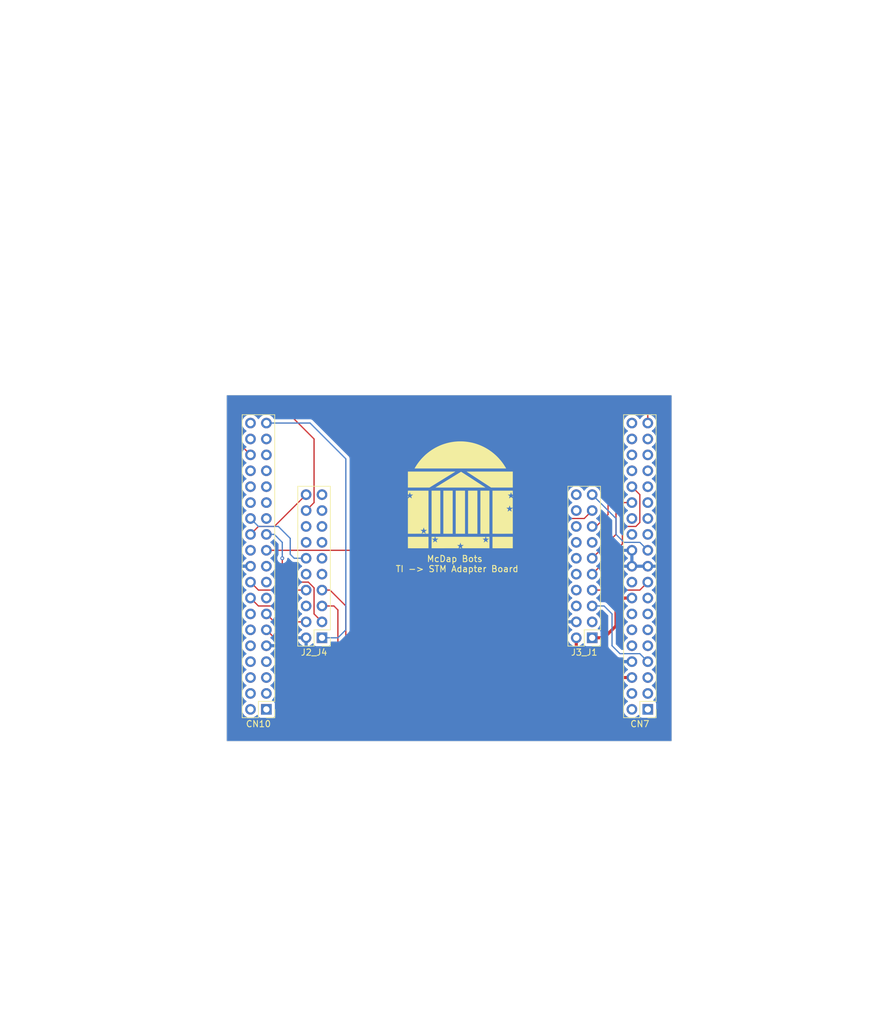
<source format=kicad_pcb>
(kicad_pcb (version 20240108) (generator "pcbnew") (generator_version "8.0")
  (layers (0 "F.Cu" signal) (31 "B.Cu" signal) (34 "B.Paste" user) (35 "F.Paste" user) (36 "B.SilkS" user "B.Silkscreen") (37 "F.SilkS" user "F.Silkscreen") (38 "B.Mask" user) (39 "F.Mask" user) (44 "Edge.Cuts" user))
  (net 0 "")
  (net 1 "GND")
  (net 2 "PC_2")
  (net 3 "PD_3")
  (net 4 "VBAT")
  (net 5 "PB_12")
  (net 6 "PD_4")
  (net 7 "PA_0")
  (net 8 "PC_10")
  (net 9 "+5V")
  (net 10 "IOREF")
  (net 11 "PC_15")
  (net 12 "PA_4")
  (net 13 "PC_13")
  (net 14 "PD_5")
  (net 15 "VIN")
  (net 16 "PF_1")
  (net 17 "PC_12")
  (net 18 "PB_11")
  (net 19 "PA_13")
  (net 20 "3V3")
  (net 21 "RESET")
  (net 22 "PC_11")
  (net 23 "PB_1")
  (net 24 "PD_2")
  (net 25 "PD_1")
  (net 26 "VDD")
  (net 27 "PC_14")
  (net 28 "PD_0")
  (net 29 "PF_0")
  (net 30 "5V")
  (net 31 "PD_6")
  (net 32 "PA_12")
  (net 33 "PB_8")
  (net 34 "PC_6")
  (net 35 "PD_9")
  (net 36 "PA_11")
  (net 37 "PA_10")
  (net 38 "PB_14")
  (net 39 "AGND")
  (net 40 "U5V")
  (net 41 "PB_0")
  (net 42 "PC_7")
  (net 43 "PD_8")
  (net 44 "PB_2")
  (net 45 "PB_4")
  (net 46 "PB_10")
  (net 47 "PB_13")
  (net 48 "PA_8")
  (net 49 "PB_5")
  (net 50 "PA_7")
  (net 51 "PB_9")
  (net 52 "PC_4")
  (net 53 "PA_3")
  (net 54 "PA_9")
  (net 55 "PC_8")
  (net 56 "AVDD")
  (net 57 "PC_9")
  (net 58 "PA_2")
  (net 59 "PB_3")
  (net 60 "PB8")
  (net 61 "PB4")
  (net 62 "PA11")
  (net 63 "PB15")
  (net 64 "PB13")
  (net 65 "PA13")
  (net 66 "PA31")
  (net 67 "PB16")
  (net 68 "PB17")
  (net 69 "PA28")
  (net 70 "PB6")
  (net 71 "PB7")
  (net 72 "PA10")
  (net 73 "PB12")
  (net 74 "PA12")
  (net 75 "PB20")
  (net 76 "PB19")
  (net 77 "PA18")
  (net 78 "PA22")
  (net 79 "PB9")
  (net 80 "PB18")
  (net 81 "PA25")
  (net 82 "PA16")
  (net 83 "PA17")
  (net 84 "PA24")
  (net 85 "PA26")
  (net 86 "PA27")
  (net 87 "PB3")
  (net 88 "PA9")
  (net 89 "PA8")
  (net 90 "PA15")
  (footprint "RSLK2:Rotunda" (layer "F.Cu") (at 98.298 96.52)
    (property "Reference" "G***" (hide yes))
    (property "Value" "LOGO" (hide yes))
  )
  (footprint "Connector_PinHeader_2.54mm:PinHeader_2x19_P2.54mm_Vertical" (layer "F.Cu") (at 67.31 130.81 180)
    (property "Reference" "CN10" (at 1.27 -2.33 0) (layer "F.SilkS"))
    (property "Value" "CN10")
    (pad "1" thru_hole rect (at 0 0 180) (size 1.7 1.7) (drill 1) (layers "*.Cu" "*.Mask") (net 57 "PC_9"))
    (pad "2" thru_hole oval (at 2.54 0 180) (size 1.7 1.7) (drill 1) (layers "*.Cu" "*.Mask") (net 55 "PC_8"))
    (pad "3" thru_hole oval (at 0 2.54 180) (size 1.7 1.7) (drill 1) (layers "*.Cu" "*.Mask") (net 33 "PB_8"))
    (pad "4" thru_hole oval (at 2.54 2.54 180) (size 1.7 1.7) (drill 1) (layers "*.Cu" "*.Mask") (net 34 "PC_6"))
    (pad "5" thru_hole oval (at 0 5.08 180) (size 1.7 1.7) (drill 1) (layers "*.Cu" "*.Mask") (net 51 "PB_9"))
    (pad "6" thru_hole oval (at 2.54 5.08 180) (size 1.7 1.7) (drill 1) (layers "*.Cu" "*.Mask") (net 53 "PA_3"))
    (pad "7" thru_hole oval (at 0 7.62 180) (size 1.7 1.7) (drill 1) (layers "*.Cu" "*.Mask") (net 56 "AVDD"))
    (pad "8" thru_hole oval (at 2.54 7.62 180) (size 1.7 1.7) (drill 1) (layers "*.Cu" "*.Mask") (net 40 "U5V"))
    (pad "9" thru_hole oval (at 0 10.16 180) (size 1.7 1.7) (drill 1) (layers "*.Cu" "*.Mask") (net 1 "GND"))
    (pad "10" thru_hole oval (at 2.54 10.16 180) (size 1.7 1.7) (drill 1) (layers "*.Cu" "*.Mask") (net 31 "PD_6"))
    (pad "11" thru_hole oval (at 0 12.7 180) (size 1.7 1.7) (drill 1) (layers "*.Cu" "*.Mask") (net 66 "PA31"))
    (pad "12" thru_hole oval (at 2.54 12.7 180) (size 1.7 1.7) (drill 1) (layers "*.Cu" "*.Mask") (net 32 "PA_12"))
    (pad "13" thru_hole oval (at 0 15.24 180) (size 1.7 1.7) (drill 1) (layers "*.Cu" "*.Mask") (net 69 "PA28"))
    (pad "14" thru_hole oval (at 2.54 15.24 180) (size 1.7 1.7) (drill 1) (layers "*.Cu" "*.Mask") (net 36 "PA_11"))
    (pad "15" thru_hole oval (at 0 17.78 180) (size 1.7 1.7) (drill 1) (layers "*.Cu" "*.Mask") (net 50 "PA_7"))
    (pad "16" thru_hole oval (at 2.54 17.78 180) (size 1.7 1.7) (drill 1) (layers "*.Cu" "*.Mask") (net 73 "PB12"))
    (pad "17" thru_hole oval (at 0 20.32 180) (size 1.7 1.7) (drill 1) (layers "*.Cu" "*.Mask") (net 41 "PB_0"))
    (pad "18" thru_hole oval (at 2.54 20.32 180) (size 1.7 1.7) (drill 1) (layers "*.Cu" "*.Mask") (net 63 "PB15"))
    (pad "19" thru_hole oval (at 0 22.86 180) (size 1.7 1.7) (drill 1) (layers "*.Cu" "*.Mask") (net 42 "PC_7"))
    (pad "20" thru_hole oval (at 2.54 22.86 180) (size 1.7 1.7) (drill 1) (layers "*.Cu" "*.Mask") (net 1 "GND"))
    (pad "21" thru_hole oval (at 0 25.4 180) (size 1.7 1.7) (drill 1) (layers "*.Cu" "*.Mask") (net 54 "PA_9"))
    (pad "22" thru_hole oval (at 2.54 25.4 180) (size 1.7 1.7) (drill 1) (layers "*.Cu" "*.Mask") (net 44 "PB_2"))
    (pad "23" thru_hole oval (at 0 27.94 180) (size 1.7 1.7) (drill 1) (layers "*.Cu" "*.Mask") (net 48 "PA_8"))
    (pad "24" thru_hole oval (at 2.54 27.94 180) (size 1.7 1.7) (drill 1) (layers "*.Cu" "*.Mask") (net 67 "PB16"))
    (pad "25" thru_hole oval (at 0 30.48 180) (size 1.7 1.7) (drill 1) (layers "*.Cu" "*.Mask") (net 38 "PB_14"))
    (pad "26" thru_hole oval (at 2.54 30.48 180) (size 1.7 1.7) (drill 1) (layers "*.Cu" "*.Mask") (net 60 "PB8"))
    (pad "27" thru_hole oval (at 0 33.02 180) (size 1.7 1.7) (drill 1) (layers "*.Cu" "*.Mask") (net 45 "PB_4"))
    (pad "28" thru_hole oval (at 2.54 33.02 180) (size 1.7 1.7) (drill 1) (layers "*.Cu" "*.Mask") (net 46 "PB_10"))
    (pad "29" thru_hole oval (at 0 35.56 180) (size 1.7 1.7) (drill 1) (layers "*.Cu" "*.Mask") (net 49 "PB_5"))
    (pad "30" thru_hole oval (at 2.54 35.56 180) (size 1.7 1.7) (drill 1) (layers "*.Cu" "*.Mask") (net 47 "PB_13"))
    (pad "31" thru_hole oval (at 0 38.1 180) (size 1.7 1.7) (drill 1) (layers "*.Cu" "*.Mask") (net 59 "PB_3"))
    (pad "32" thru_hole oval (at 2.54 38.1 180) (size 1.7 1.7) (drill 1) (layers "*.Cu" "*.Mask") (net 39 "AGND"))
    (pad "33" thru_hole oval (at 0 40.64 180) (size 1.7 1.7) (drill 1) (layers "*.Cu" "*.Mask") (net 37 "PA_10"))
    (pad "34" thru_hole oval (at 2.54 40.64 180) (size 1.7 1.7) (drill 1) (layers "*.Cu" "*.Mask") (net 58 "PA_2"))
    (pad "35" thru_hole oval (at 0 43.18 180) (size 1.7 1.7) (drill 1) (layers "*.Cu" "*.Mask") (net 52 "PC_4"))
    (pad "36" thru_hole oval (at 2.54 43.18 180) (size 1.7 1.7) (drill 1) (layers "*.Cu" "*.Mask") (net 43 "PD_8"))
    (pad "37" thru_hole oval (at 0 45.72 180) (size 1.7 1.7) (drill 1) (layers "*.Cu" "*.Mask") (net 61 "PB4"))
    (pad "38" thru_hole oval (at 2.54 45.72 180) (size 1.7 1.7) (drill 1) (layers "*.Cu" "*.Mask") (net 35 "PD_9"))
  )
  (footprint "RSLK2:RSLK_Chassis" (layer "F.Cu") (at 50.785 140.98)
    (property "Reference" "J5")
    (property "Value" "RSLK2")
  )
  (footprint "Connector_PinHeader_2.54mm:PinHeader_2x19_P2.54mm_Vertical" (layer "F.Cu") (at 128.27 130.81 180)
    (property "Reference" "CN7" (at 1.27 -2.33 0) (layer "F.SilkS"))
    (property "Value" "CN7")
    (pad "1" thru_hole rect (at 0 0 180) (size 1.7 1.7) (drill 1) (layers "*.Cu" "*.Mask") (net 8 "PC_10"))
    (pad "2" thru_hole oval (at 2.54 0 180) (size 1.7 1.7) (drill 1) (layers "*.Cu" "*.Mask") (net 22 "PC_11"))
    (pad "3" thru_hole oval (at 0 2.54 180) (size 1.7 1.7) (drill 1) (layers "*.Cu" "*.Mask") (net 17 "PC_12"))
    (pad "4" thru_hole oval (at 2.54 2.54 180) (size 1.7 1.7) (drill 1) (layers "*.Cu" "*.Mask") (net 24 "PD_2"))
    (pad "5" thru_hole oval (at 0 5.08 180) (size 1.7 1.7) (drill 1) (layers "*.Cu" "*.Mask") (net 26 "VDD"))
    (pad "6" thru_hole oval (at 2.54 5.08 180) (size 1.7 1.7) (drill 1) (layers "*.Cu" "*.Mask") (net 9 "+5V"))
    (pad "7" thru_hole oval (at 0 7.62 180) (size 1.7 1.7) (drill 1) (layers "*.Cu" "*.Mask") (net 88 "PA9"))
    (pad "8" thru_hole oval (at 2.54 7.62 180) (size 1.7 1.7) (drill 1) (layers "*.Cu" "*.Mask") (net 1 "GND"))
    (pad "9" thru_hole oval (at 0 10.16 180) (size 1.7 1.7) (drill 1) (layers "*.Cu" "*.Mask") (net 28 "PD_0"))
    (pad "10" thru_hole oval (at 2.54 10.16 180) (size 1.7 1.7) (drill 1) (layers "*.Cu" "*.Mask") (net 25 "PD_1"))
    (pad "11" thru_hole oval (at 0 12.7 180) (size 1.7 1.7) (drill 1) (layers "*.Cu" "*.Mask") (net 3 "PD_3"))
    (pad "12" thru_hole oval (at 2.54 12.7 180) (size 1.7 1.7) (drill 1) (layers "*.Cu" "*.Mask") (net 10 "IOREF"))
    (pad "13" thru_hole oval (at 0 15.24 180) (size 1.7 1.7) (drill 1) (layers "*.Cu" "*.Mask") (net 19 "PA_13"))
    (pad "14" thru_hole oval (at 2.54 15.24 180) (size 1.7 1.7) (drill 1) (layers "*.Cu" "*.Mask") (net 21 "RESET"))
    (pad "15" thru_hole oval (at 0 17.78 180) (size 1.7 1.7) (drill 1) (layers "*.Cu" "*.Mask") (net 6 "PD_4"))
    (pad "16" thru_hole oval (at 2.54 17.78 180) (size 1.7 1.7) (drill 1) (layers "*.Cu" "*.Mask") (net 20 "3V3"))
    (pad "17" thru_hole oval (at 0 20.32 180) (size 1.7 1.7) (drill 1) (layers "*.Cu" "*.Mask") (net 89 "PA8"))
    (pad "18" thru_hole oval (at 2.54 20.32 180) (size 1.7 1.7) (drill 1) (layers "*.Cu" "*.Mask") (net 30 "5V"))
    (pad "19" thru_hole oval (at 0 22.86 180) (size 1.7 1.7) (drill 1) (layers "*.Cu" "*.Mask") (net 1 "GND"))
    (pad "20" thru_hole oval (at 2.54 22.86 180) (size 1.7 1.7) (drill 1) (layers "*.Cu" "*.Mask") (net 1 "GND"))
    (pad "21" thru_hole oval (at 0 25.4 180) (size 1.7 1.7) (drill 1) (layers "*.Cu" "*.Mask") (net 87 "PB3"))
    (pad "22" thru_hole oval (at 2.54 25.4 180) (size 1.7 1.7) (drill 1) (layers "*.Cu" "*.Mask") (net 1 "GND"))
    (pad "23" thru_hole oval (at 0 27.94 180) (size 1.7 1.7) (drill 1) (layers "*.Cu" "*.Mask") (net 13 "PC_13"))
    (pad "24" thru_hole oval (at 2.54 27.94 180) (size 1.7 1.7) (drill 1) (layers "*.Cu" "*.Mask") (net 15 "VIN"))
    (pad "25" thru_hole oval (at 0 30.48 180) (size 1.7 1.7) (drill 1) (layers "*.Cu" "*.Mask") (net 27 "PC_14"))
    (pad "26" thru_hole oval (at 2.54 30.48 180) (size 1.7 1.7) (drill 1) (layers "*.Cu" "*.Mask") (net 14 "PD_5"))
    (pad "27" thru_hole oval (at 0 33.02 180) (size 1.7 1.7) (drill 1) (layers "*.Cu" "*.Mask") (net 11 "PC_15"))
    (pad "28" thru_hole oval (at 2.54 33.02 180) (size 1.7 1.7) (drill 1) (layers "*.Cu" "*.Mask") (net 7 "PA_0"))
    (pad "29" thru_hole oval (at 0 35.56 180) (size 1.7 1.7) (drill 1) (layers "*.Cu" "*.Mask") (net 29 "PF_0"))
    (pad "30" thru_hole oval (at 2.54 35.56 180) (size 1.7 1.7) (drill 1) (layers "*.Cu" "*.Mask") (net 85 "PA26"))
    (pad "31" thru_hole oval (at 0 38.1 180) (size 1.7 1.7) (drill 1) (layers "*.Cu" "*.Mask") (net 16 "PF_1"))
    (pad "32" thru_hole oval (at 2.54 38.1 180) (size 1.7 1.7) (drill 1) (layers "*.Cu" "*.Mask") (net 12 "PA_4"))
    (pad "33" thru_hole oval (at 0 40.64 180) (size 1.7 1.7) (drill 1) (layers "*.Cu" "*.Mask") (net 4 "VBAT"))
    (pad "34" thru_hole oval (at 2.54 40.64 180) (size 1.7 1.7) (drill 1) (layers "*.Cu" "*.Mask") (net 23 "PB_1"))
    (pad "35" thru_hole oval (at 0 43.18 180) (size 1.7 1.7) (drill 1) (layers "*.Cu" "*.Mask") (net 2 "PC_2"))
    (pad "36" thru_hole oval (at 2.54 43.18 180) (size 1.7 1.7) (drill 1) (layers "*.Cu" "*.Mask") (net 18 "PB_11"))
    (pad "37" thru_hole oval (at 0 45.72 180) (size 1.7 1.7) (drill 1) (layers "*.Cu" "*.Mask") (net 86 "PA27"))
    (pad "38" thru_hole oval (at 2.54 45.72 180) (size 1.7 1.7) (drill 1) (layers "*.Cu" "*.Mask") (net 5 "PB_12"))
  )
  (footprint "Connector_PinHeader_2.54mm:PinHeader_2x10_P2.54mm_Vertical" (layer "F.Cu") (at 119.38 119.38 180)
    (property "Reference" "J3_J1" (at 1.27 -2.33 0) (layer "F.SilkS"))
    (property "Value" "LaunchPad")
    (pad "1" thru_hole rect (at 0 0 180) (size 1.7 1.7) (drill 1) (layers "*.Cu" "*.Mask") (net 20 "3V3"))
    (pad "2" thru_hole oval (at 2.54 0 180) (size 1.7 1.7) (drill 1) (layers "*.Cu" "*.Mask") (net 9 "+5V"))
    (pad "3" thru_hole oval (at 0 2.54 180) (size 1.7 1.7) (drill 1) (layers "*.Cu" "*.Mask") (net 81 "PA25"))
    (pad "4" thru_hole oval (at 2.54 2.54 180) (size 1.7 1.7) (drill 1) (layers "*.Cu" "*.Mask") (net 1 "GND"))
    (pad "5" thru_hole oval (at 0 5.08 180) (size 1.7 1.7) (drill 1) (layers "*.Cu" "*.Mask") (net 88 "PA9"))
    (pad "6" thru_hole oval (at 2.54 5.08 180) (size 1.7 1.7) (drill 1) (layers "*.Cu" "*.Mask") (net 76 "PB19"))
    (pad "7" thru_hole oval (at 0 7.62 180) (size 1.7 1.7) (drill 1) (layers "*.Cu" "*.Mask") (net 89 "PA8"))
    (pad "8" thru_hole oval (at 2.54 7.62 180) (size 1.7 1.7) (drill 1) (layers "*.Cu" "*.Mask") (net 78 "PA22"))
    (pad "9" thru_hole oval (at 0 10.16 180) (size 1.7 1.7) (drill 1) (layers "*.Cu" "*.Mask") (net 85 "PA26"))
    (pad "10" thru_hole oval (at 2.54 10.16 180) (size 1.7 1.7) (drill 1) (layers "*.Cu" "*.Mask") (net 80 "PB18"))
    (pad "11" thru_hole oval (at 0 12.7 180) (size 1.7 1.7) (drill 1) (layers "*.Cu" "*.Mask") (net 7 "PA_0"))
    (pad "12" thru_hole oval (at 2.54 12.7 180) (size 1.7 1.7) (drill 1) (layers "*.Cu" "*.Mask") (net 77 "PA18"))
    (pad "13" thru_hole oval (at 0 15.24 180) (size 1.7 1.7) (drill 1) (layers "*.Cu" "*.Mask") (net 79 "PB9"))
    (pad "14" thru_hole oval (at 2.54 15.24 180) (size 1.7 1.7) (drill 1) (layers "*.Cu" "*.Mask") (net 84 "PA24"))
    (pad "15" thru_hole oval (at 0 17.78 180) (size 1.7 1.7) (drill 1) (layers "*.Cu" "*.Mask") (net 86 "PA27"))
    (pad "16" thru_hole oval (at 2.54 17.78 180) (size 1.7 1.7) (drill 1) (layers "*.Cu" "*.Mask") (net 83 "PA17"))
    (pad "17" thru_hole oval (at 0 20.32 180) (size 1.7 1.7) (drill 1) (layers "*.Cu" "*.Mask") (net 54 "PA_9"))
    (pad "18" thru_hole oval (at 2.54 20.32 180) (size 1.7 1.7) (drill 1) (layers "*.Cu" "*.Mask") (net 82 "PA16"))
    (pad "19" thru_hole oval (at 0 22.86 180) (size 1.7 1.7) (drill 1) (layers "*.Cu" "*.Mask") (net 87 "PB3"))
    (pad "20" thru_hole oval (at 2.54 22.86 180) (size 1.7 1.7) (drill 1) (layers "*.Cu" "*.Mask") (net 90 "PA15"))
  )
  (footprint "Connector_PinHeader_2.54mm:PinHeader_2x10_P2.54mm_Vertical" (layer "F.Cu") (at 76.2 119.38 180)
    (property "Reference" "J2_J4" (at 1.27 -2.33 0) (layer "F.SilkS"))
    (property "Value" "LaunchPad")
    (pad "1" thru_hole rect (at 0 0 180) (size 1.7 1.7) (drill 1) (layers "*.Cu" "*.Mask") (net 61 "PB4"))
    (pad "2" thru_hole oval (at 2.54 0 180) (size 1.7 1.7) (drill 1) (layers "*.Cu" "*.Mask") (net 1 "GND"))
    (pad "3" thru_hole oval (at 0 2.54 180) (size 1.7 1.7) (drill 1) (layers "*.Cu" "*.Mask") (net 48 "PA_8"))
    (pad "4" thru_hole oval (at 2.54 2.54 180) (size 1.7 1.7) (drill 1) (layers "*.Cu" "*.Mask") (net 73 "PB12"))
    (pad "5" thru_hole oval (at 0 5.08 180) (size 1.7 1.7) (drill 1) (layers "*.Cu" "*.Mask") (net 69 "PA28"))
    (pad "6" thru_hole oval (at 2.54 5.08 180) (size 1.7 1.7) (drill 1) (layers "*.Cu" "*.Mask") (net 68 "PB17"))
    (pad "7" thru_hole oval (at 0 7.62 180) (size 1.7 1.7) (drill 1) (layers "*.Cu" "*.Mask") (net 66 "PA31"))
    (pad "8" thru_hole oval (at 2.54 7.62 180) (size 1.7 1.7) (drill 1) (layers "*.Cu" "*.Mask") (net 63 "PB15"))
    (pad "9" thru_hole oval (at 0 10.16 180) (size 1.7 1.7) (drill 1) (layers "*.Cu" "*.Mask") (net 75 "PB20"))
    (pad "10" thru_hole oval (at 2.54 10.16 180) (size 1.7 1.7) (drill 1) (layers "*.Cu" "*.Mask"))
    (pad "11" thru_hole oval (at 0 12.7 180) (size 1.7 1.7) (drill 1) (layers "*.Cu" "*.Mask") (net 64 "PB13"))
    (pad "12" thru_hole oval (at 2.54 12.7 180) (size 1.7 1.7) (drill 1) (layers "*.Cu" "*.Mask") (net 60 "PB8"))
    (pad "13" thru_hole oval (at 0 15.24 180) (size 1.7 1.7) (drill 1) (layers "*.Cu" "*.Mask") (net 72 "PA10"))
    (pad "14" thru_hole oval (at 2.54 15.24 180) (size 1.7 1.7) (drill 1) (layers "*.Cu" "*.Mask") (net 71 "PB7"))
    (pad "15" thru_hole oval (at 0 17.78 180) (size 1.7 1.7) (drill 1) (layers "*.Cu" "*.Mask") (net 62 "PA11"))
    (pad "16" thru_hole oval (at 2.54 17.78 180) (size 1.7 1.7) (drill 1) (layers "*.Cu" "*.Mask") (net 70 "PB6"))
    (pad "17" thru_hole oval (at 0 20.32 180) (size 1.7 1.7) (drill 1) (layers "*.Cu" "*.Mask") (net 74 "PA12"))
    (pad "18" thru_hole oval (at 2.54 20.32 180) (size 1.7 1.7) (drill 1) (layers "*.Cu" "*.Mask") (net 58 "PA_2"))
    (pad "19" thru_hole oval (at 0 22.86 180) (size 1.7 1.7) (drill 1) (layers "*.Cu" "*.Mask") (net 65 "PA13"))
    (pad "20" thru_hole oval (at 2.54 22.86 180) (size 1.7 1.7) (drill 1) (layers "*.Cu" "*.Mask") (net 67 "PB16"))
  )
  (gr_rect (start 60.96 80.645) (end 132.08 135.89) (stroke (width 0.05)) (fill none) (layer "Edge.Cuts"))
  (gr_text "McDap Bots \nTI -> STM Adapter Board" (at 97.79 108.966 0) (layer "F.SilkS") (effects (font (size 1 1)) (justify bottom)))
  (segment (start 116.84 116.84) (end 114.3 116.84) (width 0.5) (layer "B.Cu") (net 1))
  (segment (start 64.77 107.95) (end 62.865 107.95) (width 0.5) (layer "B.Cu") (net 1))
  (segment (start 125.73 123.19) (end 123.825 123.19) (width 0.5) (layer "B.Cu") (net 1))
  (segment (start 67.31 120.65) (end 69.215 120.65) (width 0.5) (layer "B.Cu") (net 1))
  (segment (start 123.19 99.06) (end 124.46 97.79) (width 0.2) (layer "F.Cu") (net 7))
  (segment (start 119.38 106.68) (end 123.19 102.87) (width 0.2) (layer "F.Cu") (net 7))
  (segment (start 124.46 97.79) (end 125.73 97.79) (width 0.2) (layer "F.Cu") (net 7))
  (segment (start 123.19 99.695) (end 123.19 99.06) (width 0.2) (layer "F.Cu") (net 7))
  (segment (start 123.19 102.87) (end 123.19 99.695) (width 0.2) (layer "F.Cu") (net 7))
  (segment (start 120.65 125.73) (end 125.73 125.73) (width 0.5) (layer "F.Cu") (net 9))
  (segment (start 116.84 119.38) (end 116.84 121.92) (width 0.5) (layer "F.Cu") (net 9))
  (segment (start 116.84 121.92) (end 120.65 125.73) (width 0.5) (layer "F.Cu") (net 9))
  (segment (start 119.38 119.38) (end 121.285 119.38) (width 0.5) (layer "F.Cu") (net 20))
  (segment (start 123.19 117.475) (end 123.19 114.3) (width 0.5) (layer "F.Cu") (net 20))
  (segment (start 124.46 113.03) (end 125.73 113.03) (width 0.5) (layer "F.Cu") (net 20))
  (segment (start 123.19 114.3) (end 124.46 113.03) (width 0.5) (layer "F.Cu") (net 20))
  (segment (start 121.285 119.38) (end 123.19 117.475) (width 0.5) (layer "F.Cu") (net 20))
  (segment (start 74.93 115.57) (end 76.2 116.84) (width 0.2) (layer "F.Cu") (net 48))
  (segment (start 71.12 110.49) (end 74.016346 110.49) (width 0.2) (layer "F.Cu") (net 48))
  (segment (start 74.93 111.403654) (end 74.93 115.57) (width 0.2) (layer "F.Cu") (net 48))
  (segment (start 69.85 106.68) (end 69.85 109.22) (width 0.2) (layer "F.Cu") (net 48))
  (segment (start 74.016346 110.49) (end 74.93 111.403654) (width 0.2) (layer "F.Cu") (net 48))
  (segment (start 69.85 109.22) (end 71.12 110.49) (width 0.2) (layer "F.Cu") (net 48))
  (via (at 69.85 106.68) (size 0.6) (drill 0.3) (layers "F.Cu" "B.Cu") (net 48))
  (segment (start 68.58 102.87) (end 67.31 102.87) (width 0.2) (layer "B.Cu") (net 48))
  (segment (start 69.85 104.14) (end 68.58 102.87) (width 0.2) (layer "B.Cu") (net 48))
  (segment (start 69.85 106.68) (end 69.85 104.14) (width 0.2) (layer "B.Cu") (net 48))
  (segment (start 114.935 100.33) (end 118.11 100.33) (width 0.2) (layer "F.Cu") (net 54))
  (segment (start 118.11 100.33) (end 119.38 99.06) (width 0.2) (layer "F.Cu") (net 54))
  (segment (start 67.31 105.41) (end 109.855 105.41) (width 0.2) (layer "F.Cu") (net 54))
  (segment (start 109.855 105.41) (end 114.935 100.33) (width 0.2) (layer "F.Cu") (net 54))
  (segment (start 62.23 87.63) (end 64.77 90.17) (width 0.2) (layer "F.Cu") (net 58))
  (segment (start 74.93 97.79) (end 74.93 87.63) (width 0.2) (layer "F.Cu") (net 58))
  (segment (start 62.23 83.185) (end 62.23 87.63) (width 0.2) (layer "F.Cu") (net 58))
  (segment (start 63.5 81.915) (end 62.23 83.185) (width 0.2) (layer "F.Cu") (net 58))
  (segment (start 73.66 99.06) (end 74.93 97.79) (width 0.2) (layer "F.Cu") (net 58))
  (segment (start 69.215 81.915) (end 63.5 81.915) (width 0.2) (layer "F.Cu") (net 58))
  (segment (start 74.93 87.63) (end 69.215 81.915) (width 0.2) (layer "F.Cu") (net 58))
  (segment (start 73.66 106.68) (end 71.755 106.68) (width 0.2) (layer "B.Cu") (net 60))
  (segment (start 66.04 101.6) (end 64.77 100.33) (width 0.2) (layer "B.Cu") (net 60))
  (segment (start 71.755 106.68) (end 71.12 106.045) (width 0.2) (layer "B.Cu") (net 60))
  (segment (start 69.215 101.6) (end 66.04 101.6) (width 0.2) (layer "B.Cu") (net 60))
  (segment (start 71.12 106.045) (end 71.12 103.505) (width 0.2) (layer "B.Cu") (net 60))
  (segment (start 71.12 103.505) (end 69.215 101.6) (width 0.2) (layer "B.Cu") (net 60))
  (segment (start 76.2 119.38) (end 78.74 119.38) (width 0.2) (layer "B.Cu") (net 61))
  (segment (start 80.01 118.11) (end 80.01 90.805) (width 0.2) (layer "B.Cu") (net 61))
  (segment (start 80.01 90.805) (end 74.295 85.09) (width 0.2) (layer "B.Cu") (net 61))
  (segment (start 74.295 85.09) (end 67.31 85.09) (width 0.2) (layer "B.Cu") (net 61))
  (segment (start 78.74 119.38) (end 80.01 118.11) (width 0.2) (layer "B.Cu") (net 61))
  (segment (start 64.77 110.49) (end 66.04 111.76) (width 0.2) (layer "F.Cu") (net 63))
  (segment (start 66.04 111.76) (end 73.66 111.76) (width 0.2) (layer "F.Cu") (net 63))
  (segment (start 78.105 123.825) (end 80.01 121.92) (width 0.2) (layer "F.Cu") (net 66))
  (segment (start 80.01 121.92) (end 80.01 114.3) (width 0.2) (layer "F.Cu") (net 66))
  (segment (start 73.025 123.825) (end 78.105 123.825) (width 0.2) (layer "F.Cu") (net 66))
  (segment (start 80.01 114.3) (end 77.47 111.76) (width 0.2) (layer "F.Cu") (net 66))
  (segment (start 67.31 118.11) (end 73.025 123.825) (width 0.2) (layer "F.Cu") (net 66))
  (segment (start 77.47 111.76) (end 76.2 111.76) (width 0.2) (layer "F.Cu") (net 66))
  (segment (start 73.66 96.52) (end 68.58 101.6) (width 0.2) (layer "F.Cu") (net 67))
  (segment (start 68.58 101.6) (end 66.04 101.6) (width 0.2) (layer "F.Cu") (net 67))
  (segment (start 66.04 101.6) (end 64.77 102.87) (width 0.2) (layer "F.Cu") (net 67))
  (segment (start 78.105 114.3) (end 78.74 114.935) (width 0.2) (layer "F.Cu") (net 69))
  (segment (start 78.74 114.935) (end 78.74 121.285) (width 0.2) (layer "F.Cu") (net 69))
  (segment (start 78.74 121.285) (end 77.47 122.555) (width 0.2) (layer "F.Cu") (net 69))
  (segment (start 76.2 114.3) (end 78.105 114.3) (width 0.2) (layer "F.Cu") (net 69))
  (segment (start 70.485 120.015) (end 70.485 118.745) (width 0.2) (layer "F.Cu") (net 69))
  (segment (start 70.485 118.745) (end 67.31 115.57) (width 0.2) (layer "F.Cu") (net 69))
  (segment (start 73.025 122.555) (end 70.485 120.015) (width 0.2) (layer "F.Cu") (net 69))
  (segment (start 77.47 122.555) (end 73.025 122.555) (width 0.2) (layer "F.Cu") (net 69))
  (segment (start 69.215 114.3) (end 66.04 114.3) (width 0.2) (layer "F.Cu") (net 73))
  (segment (start 73.66 116.84) (end 71.755 116.84) (width 0.2) (layer "F.Cu") (net 73))
  (segment (start 66.04 114.3) (end 64.77 113.03) (width 0.2) (layer "F.Cu") (net 73))
  (segment (start 71.755 116.84) (end 69.215 114.3) (width 0.2) (layer "F.Cu") (net 73))
  (segment (start 124.206 102.362) (end 124.968 101.6) (width 0.2) (layer "F.Cu") (net 85))
  (segment (start 127 100.965) (end 127 96.52) (width 0.2) (layer "F.Cu") (net 85))
  (segment (start 124.968 101.6) (end 126.365 101.6) (width 0.2) (layer "F.Cu") (net 85))
  (segment (start 126.365 101.6) (end 127 100.965) (width 0.2) (layer "F.Cu") (net 85))
  (segment (start 127 96.52) (end 125.73 95.25) (width 0.2) (layer "F.Cu") (net 85))
  (segment (start 124.206 104.394) (end 124.206 102.362) (width 0.2) (layer "F.Cu") (net 85))
  (segment (start 119.38 109.22) (end 124.206 104.394) (width 0.2) (layer "F.Cu") (net 85))
  (segment (start 128.27 83.82) (end 127 82.55) (width 0.2) (layer "F.Cu") (net 86))
  (segment (start 128.27 85.09) (end 128.27 83.82) (width 0.2) (layer "F.Cu") (net 86))
  (segment (start 121.92 84.455) (end 121.92 99.695) (width 0.2) (layer "F.Cu") (net 86))
  (segment (start 123.825 82.55) (end 121.92 84.455) (width 0.2) (layer "F.Cu") (net 86))
  (segment (start 121.92 99.695) (end 120.015 101.6) (width 0.2) (layer "F.Cu") (net 86))
  (segment (start 120.015 101.6) (end 119.38 101.6) (width 0.2) (layer "F.Cu") (net 86))
  (segment (start 127 82.55) (end 123.825 82.55) (width 0.2) (layer "F.Cu") (net 86))
  (segment (start 123.19 102.87) (end 124.46 104.14) (width 0.2) (layer "B.Cu") (net 87))
  (segment (start 124.46 104.14) (end 127 104.14) (width 0.2) (layer "B.Cu") (net 87))
  (segment (start 119.38 96.52) (end 123.19 100.33) (width 0.2) (layer "B.Cu") (net 87))
  (segment (start 123.19 100.33) (end 123.19 102.87) (width 0.2) (layer "B.Cu") (net 87))
  (segment (start 127 104.14) (end 128.27 105.41) (width 0.2) (layer "B.Cu") (net 87))
  (segment (start 123.825 121.92) (end 122.555 120.65) (width 0.2) (layer "B.Cu") (net 88))
  (segment (start 122.555 120.65) (end 122.555 115.57) (width 0.2) (layer "B.Cu") (net 88))
  (segment (start 122.555 115.57) (end 121.285 114.3) (width 0.2) (layer "B.Cu") (net 88))
  (segment (start 128.27 123.19) (end 127 121.92) (width 0.2) (layer "B.Cu") (net 88))
  (segment (start 127 121.92) (end 123.825 121.92) (width 0.2) (layer "B.Cu") (net 88))
  (segment (start 121.285 114.3) (end 119.38 114.3) (width 0.2) (layer "B.Cu") (net 88))
  (segment (start 128.27 110.49) (end 127 111.76) (width 0.2) (layer "F.Cu") (net 89))
  (segment (start 127 111.76) (end 119.38 111.76) (width 0.2) (layer "F.Cu") (net 89))
  (zone (net 1) (net_name "GND") (layer "B.Cu") (connect_pads (clearance 0.5)) (min_thickness 0.25) (fill yes (thermal_gap 0.5) (thermal_bridge_width 0.5))
    (polygon (pts (xy 60.96 80.645) (xy 132.08 80.645) (xy 132.08 135.89) (xy 60.96 135.89)))
  )
)
</source>
